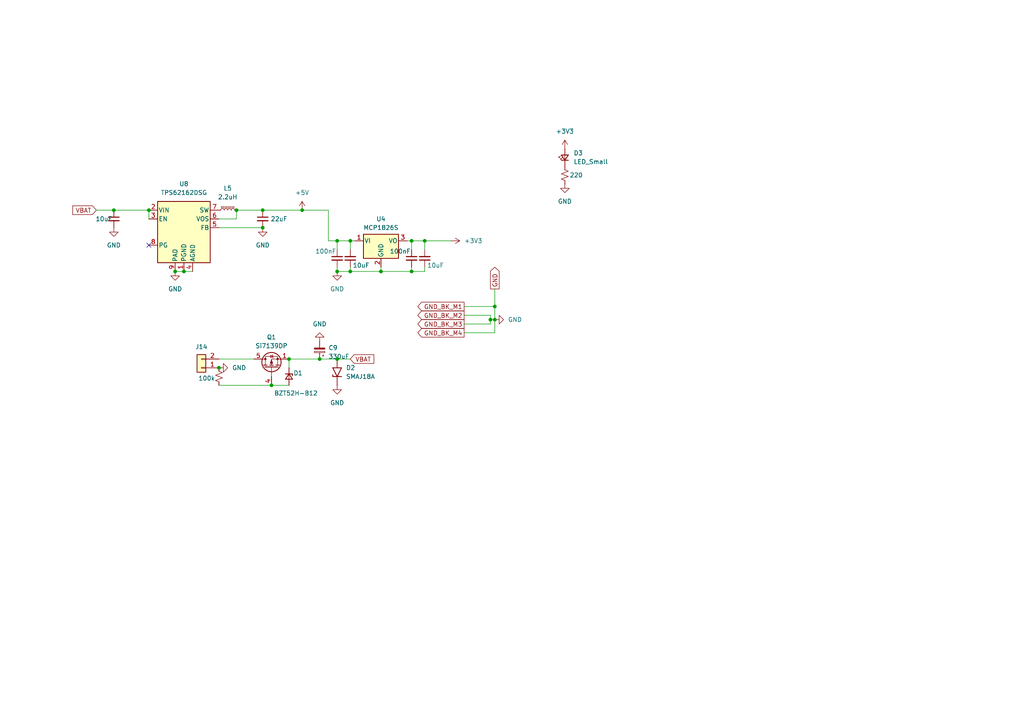
<source format=kicad_sch>
(kicad_sch (version 20250114) (generator "eeschema") (generator_version "9.0")
  (paper "A4")
  (title_block (date "2025-12-23") (rev "v1") (company "NeoDrone") (comment 1 "Made by Dulat Sarbassov") (comment 2 "dulatello08"))
  (lib_symbols
    (symbol "Connector_Generic:Conn_01x02" (pin_names (offset 1.016) (hide yes))
      (property "Reference" "J" (at 0 2.54 0))
      (property "Value" "Conn_01x02" (at 0 -5.08 0))
      (symbol "Conn_01x02_1_1"
        (rectangle (start -1.27 1.27) (end 1.27 -3.81) (stroke (width 0.254)) (fill (type background)))
        (rectangle (start -1.27 0.127) (end 0 -0.127) (stroke (width 0.1524)))
        (rectangle (start -1.27 -2.413) (end 0 -2.667) (stroke (width 0.1524)))
        (pin passive line (at -5.08 0 0) (length 3.81) (name "Pin_1") (number "1"))
        (pin passive line (at -5.08 -2.54 0) (length 3.81) (name "Pin_2") (number "2"))
      )
    )
    (symbol "Device:C_Polarized_Small" (pin_numbers (hide yes)) (pin_names (offset 0.254) (hide yes))
      (property "Reference" "C" (at 0.254 1.778 0))
      (property "Value" "C_Polarized_Small" (at 0.254 -2.032 0))
      (symbol "C_Polarized_Small_0_1"
        (rectangle (start -1.524 0.6858) (end 1.524 0.3048))
        (rectangle (start -1.524 -0.3048) (end 1.524 -0.6858) (fill (type outline)))
        (polyline (pts (xy -1.27 1.524) (xy -0.762 1.524)))
        (polyline (pts (xy -1.016 1.27) (xy -1.016 1.778)))
      )
      (symbol "C_Polarized_Small_1_1"
        (pin passive line (at 0 2.54 270) (length 1.8542) (name "~") (number "1"))
        (pin passive line (at 0 -2.54 90) (length 1.8542) (name "~") (number "2"))
      )
    )
    (symbol "Device:C_Small" (pin_numbers (hide yes)) (pin_names (offset 0.254) (hide yes))
      (property "Reference" "C" (at 0.254 1.778 0))
      (property "Value" "C_Small" (at 0.254 -2.032 0))
      (symbol "C_Small_0_1"
        (polyline (pts (xy -1.524 0.508) (xy 1.524 0.508)) (stroke (width 0.3048)))
        (polyline (pts (xy -1.524 -0.508) (xy 1.524 -0.508)) (stroke (width 0.3302)))
      )
      (symbol "C_Small_1_1"
        (pin passive line (at 0 2.54 270) (length 2.032) (name "~") (number "1"))
        (pin passive line (at 0 -2.54 90) (length 2.032) (name "~") (number "2"))
      )
    )
    (symbol "Device:D_Zener_Small" (pin_numbers (hide yes)) (pin_names (offset 0.254) (hide yes))
      (property "Reference" "D" (at 0 2.286 0))
      (property "Value" "D_Zener_Small" (at 0 -2.286 0))
      (symbol "D_Zener_Small_0_1"
        (polyline (pts (xy -0.254 1.016) (xy -0.762 1.016) (xy -0.762 -1.016)) (stroke (width 0.254)))
        (polyline (pts (xy 0.762 1.016) (xy -0.762 0) (xy 0.762 -1.016) (xy 0.762 1.016)) (stroke (width 0.254)))
        (polyline (pts (xy 0.762 0) (xy -0.762 0)))
      )
      (symbol "D_Zener_Small_1_1"
        (pin passive line (at -2.54 0 0) (length 1.778) (name "K") (number "1"))
        (pin passive line (at 2.54 0 180) (length 1.778) (name "A") (number "2"))
      )
    )
    (symbol "Device:LED_Small" (pin_numbers (hide yes)) (pin_names (offset 0.254) (hide yes))
      (property "Reference" "D" (at -1.27 3.175 0))
      (property "Value" "LED_Small" (at -4.445 -2.54 0))
      (symbol "LED_Small_0_1"
        (polyline (pts (xy -0.762 -1.016) (xy -0.762 1.016)) (stroke (width 0.254)))
        (polyline (pts (xy 0 0.762) (xy -0.508 1.27) (xy -0.254 1.27) (xy -0.508 1.27) (xy -0.508 1.016)))
        (polyline (pts (xy 0.508 1.27) (xy 0 1.778) (xy 0.254 1.778) (xy 0 1.778) (xy 0 1.524)))
        (polyline (pts (xy 0.762 -1.016) (xy -0.762 0) (xy 0.762 1.016) (xy 0.762 -1.016)) (stroke (width 0.254)))
        (polyline (pts (xy 1.016 0) (xy -0.762 0)))
      )
      (symbol "LED_Small_1_1"
        (pin passive line (at -2.54 0 0) (length 1.778) (name "K") (number "1"))
        (pin passive line (at 2.54 0 180) (length 1.778) (name "A") (number "2"))
      )
    )
    (symbol "Device:L_Ferrite_Small" (pin_numbers (hide yes)) (pin_names (offset 0.254) (hide yes))
      (property "Reference" "L" (at 1.27 1.016 0))
      (property "Value" "L_Ferrite_Small" (at 1.27 -1.27 0))
      (symbol "L_Ferrite_Small_0_1"
        (arc (start 0 2.032) (mid 0.5058 1.524) (end 0 1.016))
        (arc (start 0 1.016) (mid 0.5058 0.508) (end 0 0))
        (arc (start 0 0) (mid 0.5058 -0.508) (end 0 -1.016))
        (arc (start 0 -1.016) (mid 0.5058 -1.524) (end 0 -2.032))
        (polyline (pts (xy 0.762 1.651) (xy 0.762 1.905)))
        (polyline (pts (xy 0.762 1.143) (xy 0.762 1.397)))
        (polyline (pts (xy 0.762 0.635) (xy 0.762 0.889)))
        (polyline (pts (xy 0.762 0.127) (xy 0.762 0.381)))
        (polyline (pts (xy 0.762 -0.381) (xy 0.762 -0.127)))
        (polyline (pts (xy 0.762 -0.889) (xy 0.762 -0.635)))
        (polyline (pts (xy 0.762 -1.397) (xy 0.762 -1.143)))
        (polyline (pts (xy 0.762 -1.905) (xy 0.762 -1.651)))
        (polyline (pts (xy 1.016 1.905) (xy 1.016 1.651)))
        (polyline (pts (xy 1.016 1.397) (xy 1.016 1.143)))
        (polyline (pts (xy 1.016 0.889) (xy 1.016 0.635)))
        (polyline (pts (xy 1.016 0.381) (xy 1.016 0.127)))
        (polyline (pts (xy 1.016 -0.127) (xy 1.016 -0.381)))
        (polyline (pts (xy 1.016 -0.635) (xy 1.016 -0.889)))
        (polyline (pts (xy 1.016 -1.143) (xy 1.016 -1.397)))
        (polyline (pts (xy 1.016 -1.651) (xy 1.016 -1.905)))
      )
      (symbol "L_Ferrite_Small_1_1"
        (pin passive line (at 0 2.54 270) (length 0.508) (name "~") (number "1"))
        (pin passive line (at 0 -2.54 90) (length 0.508) (name "~") (number "2"))
      )
    )
    (symbol "Device:R_Small_US" (pin_numbers (hide yes)) (pin_names (offset 0.254) (hide yes))
      (property "Reference" "R" (at 0.762 0.508 0))
      (property "Value" "R_Small_US" (at 0.762 -1.016 0))
      (symbol "R_Small_US_1_1"
        (polyline (pts (xy 0 1.524) (xy 1.016 1.143) (xy 0 0.762) (xy -1.016 0.381) (xy 0 0)))
        (polyline (pts (xy 0 0) (xy 1.016 -0.381) (xy 0 -0.762) (xy -1.016 -1.143) (xy 0 -1.524)))
        (pin passive line (at 0 2.54 270) (length 1.016) (name "~") (number "1"))
        (pin passive line (at 0 -2.54 90) (length 1.016) (name "~") (number "2"))
      )
    )
    (symbol "Diode:SMAJ18A" (pin_numbers (hide yes)) (pin_names (offset 1.016) (hide yes))
      (property "Reference" "D" (at 0 2.54 0))
      (property "Value" "SMAJ18A" (at 0 -2.54 0))
      (symbol "SMAJ18A_0_1"
        (polyline (pts (xy -0.762 1.27) (xy -1.27 1.27) (xy -1.27 -1.27)) (stroke (width 0.254)))
        (polyline (pts (xy 1.27 1.27) (xy 1.27 -1.27) (xy -1.27 0) (xy 1.27 1.27)) (stroke (width 0.254)))
      )
      (symbol "SMAJ18A_1_1"
        (pin passive line (at -3.81 0 0) (length 2.54) (name "A1") (number "1"))
        (pin passive line (at 3.81 0 180) (length 2.54) (name "A2") (number "2"))
      )
    )
    (symbol "Regulator_Linear:MCP1826S" (pin_names (offset 0.254))
      (property "Reference" "U" (at -3.81 3.175 0))
      (property "Value" "MCP1826S" (at 0 3.175 0))
      (symbol "MCP1826S_0_1"
        (rectangle (start -5.08 1.905) (end 5.08 -5.08) (stroke (width 0.254)) (fill (type background)))
      )
      (symbol "MCP1826S_1_1"
        (pin power_in line (at -7.62 0 0) (length 2.54) (name "VI") (number "1"))
        (pin power_in line (at 0 -7.62 90) (length 2.54) (name "GND") (number "2"))
        (pin power_out line (at 7.62 0 180) (length 2.54) (name "VO") (number "3"))
      )
    )
    (symbol "Regulator_Switching:TPS62163DSG" (pin_names (offset 0.254))
      (property "Reference" "U" (at -7.62 11.43 0))
      (property "Value" "TPS62163DSG" (at -1.27 11.43 0))
      (symbol "TPS62163DSG_0_1"
        (rectangle (start -7.62 10.16) (end 7.62 -7.62) (stroke (width 0.254)) (fill (type background)))
      )
      (symbol "TPS62163DSG_1_1"
        (pin power_in line (at -10.16 7.62 0) (length 2.54) (name "VIN") (number "2"))
        (pin input line (at -10.16 5.08 0) (length 2.54) (name "EN") (number "3"))
        (pin open_collector line (at -10.16 -2.54 0) (length 2.54) (name "PG") (number "8"))
        (pin power_in line (at -2.54 -10.16 90) (length 2.54) (name "PAD") (number "9"))
        (pin power_in line (at 0 -10.16 90) (length 2.54) (name "PGND") (number "1"))
        (pin power_in line (at 2.54 -10.16 90) (length 2.54) (name "AGND") (number "4"))
        (pin output line (at 10.16 7.62 180) (length 2.54) (name "SW") (number "7"))
        (pin input line (at 10.16 5.08 180) (length 2.54) (name "VOS") (number "6"))
        (pin input line (at 10.16 2.54 180) (length 2.54) (name "FB") (number "5"))
      )
    )
    (symbol "Transistor_FET:Si7141DP" (pin_names (hide yes))
      (property "Reference" "Q" (at 5.08 1.905 0))
      (property "Value" "Si7141DP" (at 5.08 0 0))
      (symbol "Si7141DP_0_1"
        (polyline (pts (xy 0.254 1.905) (xy 0.254 -1.905)) (stroke (width 0.254)))
        (polyline (pts (xy 0.254 0) (xy -2.54 0)))
        (polyline (pts (xy 0.762 2.286) (xy 0.762 1.27)) (stroke (width 0.254)))
        (polyline (pts (xy 0.762 1.778) (xy 3.302 1.778) (xy 3.302 -1.778) (xy 0.762 -1.778)))
        (polyline (pts (xy 0.762 0.508) (xy 0.762 -0.508)) (stroke (width 0.254)))
        (polyline (pts (xy 0.762 -1.27) (xy 0.762 -2.286)) (stroke (width 0.254)))
        (circle (center 1.651 0) (radius 2.794) (stroke (width 0.254)))
        (polyline (pts (xy 2.286 0) (xy 1.27 0.381) (xy 1.27 -0.381) (xy 2.286 0)) (fill (type outline)))
        (polyline (pts (xy 2.54 2.54) (xy 2.54 1.778)))
        (circle (center 2.54 1.778) (radius 0.254) (fill (type outline)))
        (circle (center 2.54 -1.778) (radius 0.254) (fill (type outline)))
        (polyline (pts (xy 2.54 -2.54) (xy 2.54 0) (xy 0.762 0)))
        (polyline (pts (xy 2.794 -0.508) (xy 2.921 -0.381) (xy 3.683 -0.381) (xy 3.81 -0.254)))
        (polyline (pts (xy 3.302 -0.381) (xy 2.921 0.254) (xy 3.683 0.254) (xy 3.302 -0.381)))
      )
      (symbol "Si7141DP_1_1"
        (pin input line (at -5.08 0 0) (length 2.54) (name "G") (number "4"))
        (pin passive line (at 2.54 5.08 270) (length 2.54) (name "D") (number "5"))
        (pin passive line (at 2.54 -5.08 90) (length 2.54) (name "S") (number "1"))
        (pin passive line (at 2.54 -5.08 90) (length 2.54) (hide yes) (name "S") (number "2"))
        (pin passive line (at 2.54 -5.08 90) (length 2.54) (hide yes) (name "S") (number "3"))
      )
    )
    (symbol "power:+3V3" (power) (pin_numbers (hide yes)) (pin_names (offset 0) (hide yes))
      (property "Value" "+3V3" (at 0 3.556 0))
      (symbol "+3V3_0_1"
        (polyline (pts (xy -0.762 1.27) (xy 0 2.54)))
        (polyline (pts (xy 0 2.54) (xy 0.762 1.27)))
        (polyline (pts (xy 0 0) (xy 0 2.54)))
      )
      (symbol "+3V3_1_1"
        (pin power_in line (at 0 0 90) (length 0) (name "~") (number "1"))
      )
    )
    (symbol "power:+5V" (power) (pin_numbers (hide yes)) (pin_names (offset 0) (hide yes))
      (property "Value" "+5V" (at 0 3.556 0))
      (symbol "+5V_0_1"
        (polyline (pts (xy -0.762 1.27) (xy 0 2.54)))
        (polyline (pts (xy 0 2.54) (xy 0.762 1.27)))
        (polyline (pts (xy 0 0) (xy 0 2.54)))
      )
      (symbol "+5V_1_1"
        (pin power_in line (at 0 0 90) (length 0) (name "~") (number "1"))
      )
    )
    (symbol "power:GND" (power) (pin_numbers (hide yes)) (pin_names (offset 0) (hide yes))
      (property "Value" "GND" (at 0 -3.81 0))
      (symbol "GND_0_1"
        (polyline (pts (xy 0 0) (xy 0 -1.27) (xy 1.27 -1.27) (xy 0 -2.54) (xy -1.27 -1.27) (xy 0 -1.27)))
      )
      (symbol "GND_1_1"
        (pin power_in line (at 0 0 270) (length 0) (name "~") (number "1"))
      )
    )
  )
  (junction (at 97.79 104.14))
  (junction (at 76.2 66.04))
  (junction (at 101.6 69.85))
  (junction (at 110.49 78.74))
  (junction (at 63.5 106.68))
  (junction (at 123.19 69.85))
  (junction (at 92.71 104.14))
  (junction (at 50.8 78.74))
  (junction (at 119.38 69.85))
  (junction (at 78.74 111.76))
  (junction (at 101.6 78.74))
  (junction (at 119.38 78.74))
  (junction (at 97.79 78.74))
  (junction (at 68.58 60.96))
  (junction (at 76.2 60.96))
  (junction (at 87.63 60.96))
  (junction (at 43.18 60.96))
  (junction (at 142.24 92.71))
  (junction (at 83.82 104.14))
  (junction (at 143.51 92.71))
  (junction (at 143.51 88.9))
  (junction (at 33.02 60.96))
  (junction (at 53.34 78.74))
  (junction (at 97.79 69.85))
  (no_connect (at 43.18 71.12))
  (wire (pts (xy 97.79 104.14) (xy 101.6 104.14)))
  (wire (pts (xy 119.38 78.74) (xy 123.19 78.74)))
  (wire (pts (xy 87.63 60.96) (xy 95.25 60.96)))
  (wire (pts (xy 142.24 91.44) (xy 142.24 92.71)))
  (wire (pts (xy 134.62 96.52) (xy 143.51 96.52)))
  (wire (pts (xy 123.19 69.85) (xy 123.19 72.39)))
  (wire (pts (xy 97.79 78.74) (xy 101.6 78.74)))
  (wire (pts (xy 110.49 78.74) (xy 119.38 78.74)))
  (wire (pts (xy 101.6 69.85) (xy 102.87 69.85)))
  (wire (pts (xy 83.82 104.14) (xy 92.71 104.14)))
  (wire (pts (xy 68.58 63.5) (xy 68.58 60.96)))
  (wire (pts (xy 119.38 69.85) (xy 118.11 69.85)))
  (wire (pts (xy 33.02 60.96) (xy 43.18 60.96)))
  (wire (pts (xy 63.5 111.76) (xy 78.74 111.76)))
  (wire (pts (xy 95.25 60.96) (xy 95.25 69.85)))
  (wire (pts (xy 50.8 78.74) (xy 53.34 78.74)))
  (wire (pts (xy 92.71 104.14) (xy 97.79 104.14)))
  (wire (pts (xy 134.62 88.9) (xy 143.51 88.9)))
  (wire (pts (xy 63.5 63.5) (xy 68.58 63.5)))
  (wire (pts (xy 110.49 78.74) (xy 110.49 77.47)))
  (wire (pts (xy 95.25 69.85) (xy 97.79 69.85)))
  (wire (pts (xy 123.19 69.85) (xy 119.38 69.85)))
  (wire (pts (xy 130.81 69.85) (xy 123.19 69.85)))
  (wire (pts (xy 123.19 77.47) (xy 123.19 78.74)))
  (wire (pts (xy 119.38 69.85) (xy 119.38 72.39)))
  (wire (pts (xy 97.79 77.47) (xy 97.79 78.74)))
  (wire (pts (xy 73.66 104.14) (xy 63.5 104.14)))
  (wire (pts (xy 43.18 60.96) (xy 43.18 63.5)))
  (wire (pts (xy 143.51 96.52) (xy 143.51 92.71)))
  (wire (pts (xy 83.82 111.76) (xy 78.74 111.76)))
  (wire (pts (xy 143.51 83.82) (xy 143.51 88.9)))
  (wire (pts (xy 143.51 88.9) (xy 143.51 92.71)))
  (wire (pts (xy 27.94 60.96) (xy 33.02 60.96)))
  (wire (pts (xy 142.24 93.98) (xy 142.24 92.71)))
  (wire (pts (xy 119.38 77.47) (xy 119.38 78.74)))
  (wire (pts (xy 97.79 69.85) (xy 97.79 72.39)))
  (wire (pts (xy 53.34 78.74) (xy 55.88 78.74)))
  (wire (pts (xy 101.6 77.47) (xy 101.6 78.74)))
  (wire (pts (xy 134.62 93.98) (xy 142.24 93.98)))
  (wire (pts (xy 97.79 69.85) (xy 101.6 69.85)))
  (wire (pts (xy 142.24 92.71) (xy 143.51 92.71)))
  (wire (pts (xy 134.62 91.44) (xy 142.24 91.44)))
  (wire (pts (xy 68.58 60.96) (xy 76.2 60.96)))
  (wire (pts (xy 101.6 69.85) (xy 101.6 72.39)))
  (wire (pts (xy 63.5 66.04) (xy 76.2 66.04)))
  (wire (pts (xy 101.6 78.74) (xy 110.49 78.74)))
  (wire (pts (xy 76.2 60.96) (xy 87.63 60.96)))
  (wire (pts (xy 83.82 104.14) (xy 83.82 106.68)))
  (global_label "GND_BK_M4" (shape output) (at 134.62 96.52 180) (property "Intersheetrefs" "${INTERSHEET_REFS}" (effects (hide yes))))
  (global_label "GND_BK_M2" (shape output) (at 134.62 91.44 180) (property "Intersheetrefs" "${INTERSHEET_REFS}" (effects (hide yes))))
  (global_label "GND_BK_M1" (shape output) (at 134.62 88.9 180) (property "Intersheetrefs" "${INTERSHEET_REFS}" (effects (hide yes))))
  (global_label "VBAT" (shape input) (at 27.94 60.96 180) (property "Intersheetrefs" "${INTERSHEET_REFS}" (effects (hide yes))))
  (global_label "VBAT" (shape input) (at 101.6 104.14 0) (property "Intersheetrefs" "${INTERSHEET_REFS}" (effects (hide yes))))
  (global_label "GND_BK_M3" (shape output) (at 134.62 93.98 180) (property "Intersheetrefs" "${INTERSHEET_REFS}" (effects (hide yes))))
  (global_label "GND" (shape output) (at 143.51 83.82 90) (property "Intersheetrefs" "${INTERSHEET_REFS}" (effects (hide yes))))
  (symbol (lib_id "power:GND") (at 143.51 92.71 90) (unit 1)
    (property "Reference" "#PWR036" (effects (hide yes)))
    (property "Value" "GND" (at 147.32 92.7099 90) (effects (justify right)))
    (property "Description" "Power symbol creates a global label with name \"GND\" , ground" (effects (hide yes)))
  )
  (symbol (lib_id "power:GND") (at 63.5 106.68 90) (unit 1)
    (property "Reference" "#PWR023" (effects (hide yes)))
    (property "Value" "GND" (at 67.31 106.6799 90) (effects (justify right)))
    (property "Description" "Power symbol creates a global label with name \"GND\" , ground" (effects (hide yes)))
  )
  (symbol (lib_id "power:GND") (at 97.79 78.74 0) (unit 1)
    (property "Reference" "#PWR040" (effects (hide yes)))
    (property "Value" "GND" (at 97.79 83.82 0))
    (property "Description" "Power symbol creates a global label with name \"GND\" , ground" (effects (hide yes)))
  )
  (symbol (lib_id "power:+3V3") (at 130.81 69.85 270) (unit 1)
    (property "Reference" "#PWR022" (effects (hide yes)))
    (property "Value" "+3V3" (at 134.62 69.8499 90) (effects (justify left)))
    (property "Description" "Power symbol creates a global label with name \"+3V3\"" (effects (hide yes)))
  )
  (symbol (lib_id "power:+5V") (at 87.63 60.96 0) (unit 1)
    (property "Reference" "#PWR043" (effects (hide yes)))
    (property "Value" "+5V" (at 87.63 55.88 0))
    (property "Description" "Power symbol creates a global label with name \"+5V\"" (effects (hide yes)))
  )
  (symbol (lib_id "Device:C_Polarized_Small") (at 92.71 101.6 180) (unit 1)
    (property "Reference" "C9" (at 95.25 100.876 0) (effects (justify right)))
    (property "Value" "330uF" (at 95.25 103.416 0) (effects (justify right)))
    (property "Footprint" "Capacitor_SMD:CP_Elec_10x10.5" (effects (hide yes)))
    (property "Description" "Polarized capacitor, small symbol" (effects (hide yes)))
  )
  (symbol (lib_id "Device:L_Ferrite_Small") (at 66.04 60.96 90) (unit 1)
    (property "Reference" "L5" (at 66.04 54.61 90))
    (property "Value" "2.2uH" (at 66.04 57.15 90))
    (property "Footprint" "Inductor_SMD:L_1008_2520Metric_Pad1.43x2.20mm_HandSolder" (effects (hide yes)))
    (property "Description" "Inductor with ferrite core, small symbol" (effects (hide yes)))
  )
  (symbol (lib_id "power:GND") (at 50.8 78.74 0) (unit 1)
    (property "Reference" "#PWR037" (effects (hide yes)))
    (property "Value" "GND" (at 50.8 83.82 0))
    (property "Description" "Power symbol creates a global label with name \"GND\" , ground" (effects (hide yes)))
  )
  (symbol (lib_id "Device:R_Small_US") (at 163.83 50.8 0) (unit 1)
    (property "Reference" "R6" (effects (hide yes)))
    (property "Value" "220" (at 167.132 50.8 0))
    (property "Footprint" "Resistor_SMD:R_0402_1005Metric_Pad0.72x0.64mm_HandSolder" (effects (hide yes)))
  )
  (symbol (lib_id "Diode:SMAJ18A") (at 97.79 107.95 90) (unit 1)
    (property "Reference" "D2" (at 100.33 106.6799 90) (effects (justify right)))
    (property "Value" "SMAJ18A" (at 100.33 109.2199 90) (effects (justify right)))
    (property "Footprint" "Diode_SMD:D_SMA_Handsoldering" (effects (hide yes)))
    (property "Datasheet" "https://www.littelfuse.com/media?resourcetype=datasheets&itemid=75e32973-b177-4ee3-a0ff-cedaf1abdb93&filename=smaj-datasheet" (effects (hide yes)))
    (property "Description" "400W unidirectional Transient Voltage Suppressor, 18.0Vr, SMA(DO-214AC)" (effects (hide yes)))
  )
  (symbol (lib_id "Device:C_Small") (at 76.2 63.5 0) (unit 1)
    (property "Reference" "C43" (effects (hide yes)))
    (property "Value" "22uF" (at 78.486 63.5 0) (effects (justify left)))
    (property "Footprint" "Capacitor_SMD:C_1206_3216Metric_Pad1.33x1.80mm_HandSolder" (effects (hide yes)))
    (property "Description" "Unpolarized capacitor, small symbol" (effects (hide yes)))
  )
  (symbol (lib_id "Device:C_Small") (at 97.79 74.93 0) (unit 1)
    (property "Reference" "C17" (effects (hide yes)))
    (property "Value" "100nF" (at 91.44 72.898 0) (effects (justify left)))
    (property "Footprint" "Capacitor_SMD:C_0603_1608Metric_Pad1.08x0.95mm_HandSolder" (effects (hide yes)))
    (property "Description" "Unpolarized capacitor, small symbol" (effects (hide yes)))
  )
  (symbol (lib_id "Device:C_Small") (at 123.19 74.93 180) (unit 1)
    (property "Reference" "C20" (effects (hide yes)))
    (property "Value" "10uF" (at 128.778 76.962 0) (effects (justify left)))
    (property "Footprint" "Capacitor_SMD:C_0603_1608Metric_Pad1.08x0.95mm_HandSolder" (effects (hide yes)))
    (property "Description" "Unpolarized capacitor, small symbol" (effects (hide yes)))
  )
  (symbol (lib_id "Device:C_Small") (at 33.02 63.5 0) (unit 1)
    (property "Reference" "C42" (effects (hide yes)))
    (property "Value" "10uF" (at 27.686 63.5 0) (effects (justify left)))
    (property "Footprint" "Capacitor_SMD:C_0603_1608Metric_Pad1.08x0.95mm_HandSolder" (effects (hide yes)))
    (property "Description" "Unpolarized capacitor, small symbol" (effects (hide yes)))
  )
  (symbol (lib_id "Regulator_Linear:MCP1826S") (at 110.49 69.85 0) (unit 1)
    (property "Reference" "U4" (at 110.49 63.5 0))
    (property "Value" "MCP1826S" (at 110.49 66.04 0))
    (property "Footprint" "Package_TO_SOT_SMD:SOT-223-3_TabPin2" (effects (hide yes)))
    (property "Datasheet" "http://ww1.microchip.com/downloads/en/DeviceDoc/22057B.pdf" (effects (hide yes)))
    (property "Description" "1000mA, Low-Voltage, Low Quiescent Current LDO Regulator, SOT-223, TO-220, TO-263" (effects (hide yes)))
  )
  (symbol (lib_id "Device:C_Small") (at 119.38 74.93 0) (unit 1)
    (property "Reference" "C19" (effects (hide yes)))
    (property "Value" "100nF" (at 113.03 72.898 0) (effects (justify left)))
    (property "Footprint" "Capacitor_SMD:C_0603_1608Metric_Pad1.08x0.95mm_HandSolder" (effects (hide yes)))
    (property "Description" "Unpolarized capacitor, small symbol" (effects (hide yes)))
  )
  (symbol (lib_id "power:GND") (at 97.79 111.76 0) (unit 1)
    (property "Reference" "#PWR014" (effects (hide yes)))
    (property "Value" "GND" (at 97.79 116.84 0))
    (property "Description" "Power symbol creates a global label with name \"GND\" , ground" (effects (hide yes)))
  )
  (symbol (lib_id "Device:C_Small") (at 101.6 74.93 180) (unit 1)
    (property "Reference" "C18" (effects (hide yes)))
    (property "Value" "10uF" (at 107.188 76.962 0) (effects (justify left)))
    (property "Footprint" "Capacitor_SMD:C_0603_1608Metric_Pad1.08x0.95mm_HandSolder" (effects (hide yes)))
    (property "Description" "Unpolarized capacitor, small symbol" (effects (hide yes)))
  )
  (symbol (lib_id "Device:R_Small_US") (at 63.5 109.22 180) (unit 1)
    (property "Reference" "R17" (effects (hide yes)))
    (property "Value" "100k" (at 59.944 109.728 0))
    (property "Footprint" "Resistor_SMD:R_0402_1005Metric_Pad0.72x0.64mm_HandSolder" (effects (hide yes)))
  )
  (symbol (lib_id "power:GND") (at 163.83 53.34 0) (unit 1)
    (property "Reference" "#PWR047" (effects (hide yes)))
    (property "Value" "GND" (at 163.83 58.42 0))
    (property "Description" "Power symbol creates a global label with name \"GND\" , ground" (effects (hide yes)))
  )
  (symbol (lib_id "power:GND") (at 33.02 66.04 0) (unit 1)
    (property "Reference" "#PWR038" (effects (hide yes)))
    (property "Value" "GND" (at 33.02 71.12 0))
    (property "Description" "Power symbol creates a global label with name \"GND\" , ground" (effects (hide yes)))
  )
  (symbol (lib_id "power:GND") (at 76.2 66.04 0) (unit 1)
    (property "Reference" "#PWR039" (effects (hide yes)))
    (property "Value" "GND" (at 76.2 71.12 0))
    (property "Description" "Power symbol creates a global label with name \"GND\" , ground" (effects (hide yes)))
  )
  (symbol (lib_id "Device:LED_Small") (at 163.83 45.72 90) (unit 1)
    (property "Reference" "D3" (at 166.37 44.3864 90) (effects (justify right)))
    (property "Value" "LED_Small" (at 166.37 46.9264 90) (effects (justify right)))
    (property "Footprint" "LED_SMD:LED_0402_1005Metric_Pad0.77x0.64mm_HandSolder" (effects (hide yes)))
    (property "Description" "Light emitting diode, small symbol" (effects (hide yes)))
    (property "Sim.Pin" "1=K 2=A" (effects (hide yes)))
  )
  (symbol (lib_id "power:+3V3") (at 163.83 43.18 0) (unit 1)
    (property "Reference" "#PWR017" (effects (hide yes)))
    (property "Value" "+3V3" (at 163.83 38.1 0))
    (property "Description" "Power symbol creates a global label with name \"+3V3\"" (effects (hide yes)))
  )
  (symbol (lib_id "Connector_Generic:Conn_01x02") (at 58.42 106.68 180) (unit 1)
    (property "Reference" "J14" (at 58.42 100.584 0))
    (property "Value" "Conn_01x02" (effects (hide yes)))
    (property "Footprint" "Connector_Wire:SolderWire-2sqmm_1x02_P7.8mm_D2mm_OD3.9mm" (effects (hide yes)))
    (property "Description" "Generic connector, single row, 01x02, script generated (kicad-library-utils/schlib/autogen/connector/)" (effects (hide yes)))
  )
  (symbol (lib_id "power:GND") (at 92.71 99.06 180) (unit 1)
    (property "Reference" "#PWR015" (effects (hide yes)))
    (property "Value" "GND" (at 92.71 93.98 0))
    (property "Description" "Power symbol creates a global label with name \"GND\" , ground" (effects (hide yes)))
  )
  (symbol (lib_id "Regulator_Switching:TPS62163DSG") (at 53.34 68.58 0) (unit 1)
    (property "Reference" "U8" (at 53.34 53.34 0))
    (property "Value" "TPS62162DSG" (at 53.34 55.88 0))
    (property "Footprint" "Package_SON:WSON-8-1EP_2x2mm_P0.5mm_EP0.9x1.6mm" (effects (hide yes)))
    (property "Datasheet" "http://www.ti.com/lit/ds/symlink/tps62160.pdf" (effects (hide yes)))
    (property "Description" "1A Step-Down Converter with DCS-Control, fixed 5.0V output, 3-17V input voltage, WSON-8" (effects (hide yes)))
  )
  (symbol (lib_id "Device:D_Zener_Small") (at 83.82 109.22 270) (unit 1)
    (property "Reference" "D1" (at 85.09 108.204 90) (effects (justify left)))
    (property "Value" "BZT52H-B12" (at 79.502 114.046 90) (effects (justify left)))
    (property "Footprint" "Diode_SMD:D_SOD-123" (effects (hide yes)))
    (property "Description" "Zener diode, small symbol" (effects (hide yes)))
  )
  (symbol (lib_id "Transistor_FET:Si7141DP") (at 78.74 106.68 90) (unit 1)
    (property "Reference" "Q1" (at 78.74 97.79 90))
    (property "Value" "Si7139DP" (at 78.74 100.33 90))
    (property "Footprint" "Package_SO:PowerPAK_SO-8_Single" (effects (hide yes)))
    (property "Datasheet" "https://www.vishay.com/docs/65596/si7141dp.pdf" (effects (hide yes)))
    (property "Description" "-60A Id, -20V Vds, 1.9 mOhm Ron, PowerPAK-8" (effects (hide yes)))
  )
)
</source>
